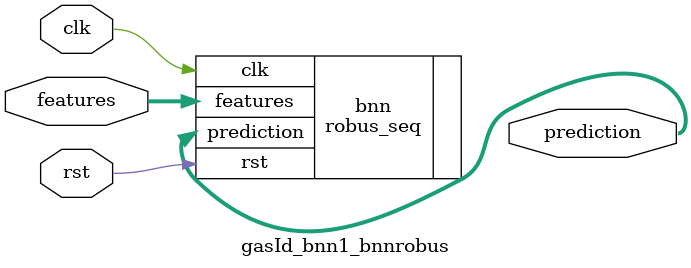
<source format=v>













module gasId_bnn1_bnnrobus #(

parameter FEAT_CNT = 128,
parameter HIDDEN_CNT = 40,
parameter FEAT_BITS = 4,
parameter CLASS_CNT = 6,
parameter TEST_CNT = 1000


  ) (
  input clk,
  input rst,
  input [FEAT_CNT*FEAT_BITS-1:0] features,
  output [$clog2(CLASS_CNT)-1:0] prediction
  );

  localparam Weights0 = 5120'b01111111110011111101000001110011011111101111111111000000001000000110100000111101000110100111101000001110100011101110001000010100010110010011101011011101010111111011100011001000000111111110010001011100101111000100111110101100001100111011010111000000010000100001111111011111001110001011000001101110111111111011111111111111000111000101001111110010000010101010101011011000001111111001110100111000001100111101011110011011101010011010011100101111100010100100001011100010000100111101001011011010101000000111000100010001011001100010000100000000110000010000010000010110111111011111110100000000110000111111000011110011100101101100001101011111101001011001100010011100010111111001101011110100111110000110101011000010100111100101111010011111011011001001101010010100110000000110000010010010000000001010000101000011001100110110001101000000100110111010011010000000111100000011001010100001111010100101111111111110001000010100010101100101010000011100000110000001111100000111000110100001000000110000000111110011010001011100110100011111101001101101101001101101110110001101110100101111110001001111111111111101001100111111101100001010110110101111000010111001100111110101111110100000101000011100011100000111010000100100010001100000001000000110001000000110000101011010010111101111101011111001000001100010011000001110000000011111010111010010000001100001101111110101111100011111001100111110111101001100001100011011000110011101110111110110000100100001000000010110001011000010001000011100000011110100011000011000000000010011111000111000011110010101110110111001001010011111110111110000100001011000100110110000111100011111101111110111111100111110001000101010101011111011110010101111111111011111100111000111110000111100100111001101100000100000001011111111111111010100110010101110110001101110000110001011010010001100110111110110000101100000111010100010101001110001000000001010111011001111110111100100001001010110000101100110100001010000101011110011111100111110000111111111001000011000110110001101111011111011100000010111100000011010011010001100101100101010101111111010000000111110000111011010111110011101100110000010100101101001101111111101110111011111110100011100110111001111100100001000000101110011100011011011010010000101000110101010101010111111000001101011111010111011100000010111101001101010110111100100001011110101011110011001001000100000001001100010011001101111000101101000010001000010001000101010100110001011111101111011011100001111011001100000100011000001001110100101101001011110001111100111111011101010111000100000000000111110111111101100100101001001100111101000111100100000101100101100101011011111011100000001110011001011011110111110010001000000000011100110100100111011011110000111111110100111101100010010001000000011000001100110001011001100000111101110011011000000111000100001001111001011111101111101010000101110110101100010100011011100110001010000000001101111111011111101000001000000101010101110001000010111001000011000011111110101001101010100010101001000000000011100000011000001000000100010001110011101110101000010000001000000001000010110001011000110110101001010111011001111111110100111010000000001111000001100010101000000111001010010010110100111011111111001010010100111100000100011011101110000001000000101111111011111110101000010010001001101000011011000010100100000101111111101111111100011010101110000110001011101100100011110000111111101101011010010000000000100101011001100111101100000111000001100101111001110101000101010001001000100010101111011000000010000101011000010100110100111010101111100000000000010000101010010111111100010001000101111101111001100111100110100010000101011101001100100110000100000101000010011000101000011111000101001111110000001100001000010001010011010110001011101010010110111100011110000011011100000110001000001011101100111101000001110000001010111110101110110000100111111110000010010000101110000101100100100111010001110011111010000010101011111011111010001110111011111010011110101110110010111001100000111110110101100101010000001111101001111000111110011001100010011110100000010101101000011100000111010111111001111000000000010000001111101110010011101000011110010010011101101111110010000110000001000001111100110001000011100000110001101001101111010000010100000110000110100011100110110011100111100110110000111010111111001110011111100011011010001100011011100110000100000110101111111111111011001001001011101010010101010100000010010101000101010001101001111011000011010010110000111001000010100111100100111000100000011010011100011010001000011000101110111011101010111011101010111011000010001100101011011111111010001110100011000111000001011111111111111000111100011001011111100010011010011000011110100110111110011111110000110001111111111110100010111011001110101111110100001111100001011001010011011110110111001110100111111101011110110001110000000110010110110110110100000111000001010011000001111001000011000010111000101000011111110001011100000000011110001111101010111110000011011100011111000010111111001111100001110011110110000000001000000010011010111101110011010101010000111111111111111000000000010011011010101101000001111111110011011111000010110000111011111000111110000011001101011000011111001111001010001111000000101111100111011 ;
  localparam Weights1 = 240'b001101100010110011101111111110000101100100111011101110001100100011010110111110010011010000101000111011101111100011011101110101110110000001111111010010111010101110110110000010000111110101011111100011100111010010101100110110001100101001011011 ;

  robus_seq #(.FEAT_CNT(FEAT_CNT),.FEAT_BITS(FEAT_BITS),.HIDDEN_CNT(HIDDEN_CNT),.CLASS_CNT(CLASS_CNT),.Weights0(Weights0),.Weights1(Weights1)) bnn (
    .clk(clk),
    .rst(rst),
    .features(features),
    .prediction(prediction)
  );

endmodule

</source>
